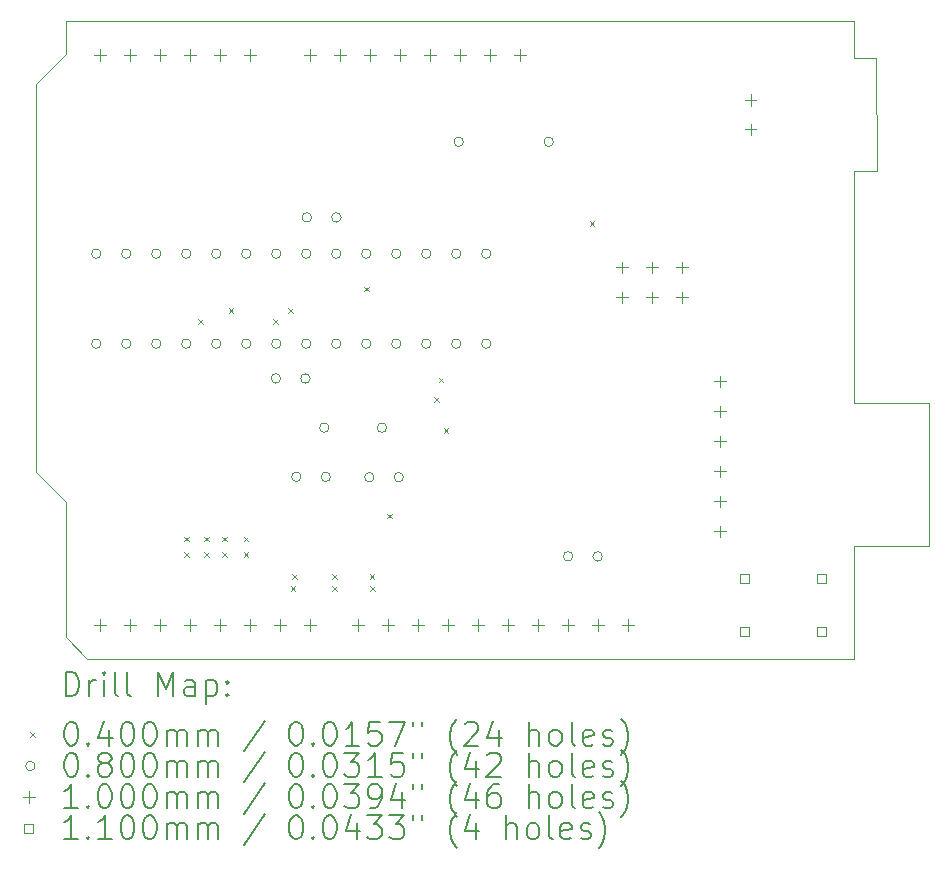
<source format=gbr>
%FSLAX45Y45*%
G04 Gerber Fmt 4.5, Leading zero omitted, Abs format (unit mm)*
G04 Created by KiCad (PCBNEW (6.0.6)) date 2022-12-23 20:27:05*
%MOMM*%
%LPD*%
G01*
G04 APERTURE LIST*
%TA.AperFunction,Profile*%
%ADD10C,0.100000*%
%TD*%
%ADD11C,0.200000*%
%ADD12C,0.040000*%
%ADD13C,0.080000*%
%ADD14C,0.100000*%
%ADD15C,0.110000*%
G04 APERTURE END LIST*
D10*
X15242540Y-9634220D02*
X15242540Y-10845800D01*
X7937500Y-6400800D02*
X7937500Y-6398260D01*
X8117840Y-11798300D02*
X7937500Y-11617960D01*
X14800580Y-7673340D02*
X14607540Y-7673340D01*
X14610080Y-9634220D02*
X15242540Y-9634220D01*
X15242540Y-10845800D02*
X14607540Y-10845800D01*
X14607540Y-11795760D02*
X14607540Y-11798300D01*
X14607540Y-7673340D02*
X14610080Y-9634220D01*
X14607540Y-6713220D02*
X14798040Y-6713220D01*
X7937500Y-6680200D02*
X7937500Y-6400800D01*
X14798040Y-6713220D02*
X14800580Y-7673340D01*
X7937500Y-10474960D02*
X7683500Y-10220960D01*
X7937500Y-11617960D02*
X7937500Y-10474960D01*
X7680960Y-6936740D02*
X7937500Y-6680200D01*
X7937500Y-6398260D02*
X14607540Y-6398260D01*
X14607540Y-6713220D02*
X14607540Y-6398260D01*
X14607540Y-11798300D02*
X8117840Y-11798300D01*
X7683500Y-10220960D02*
X7680960Y-6936740D01*
X14607540Y-10845800D02*
X14607540Y-11795760D01*
D11*
D12*
X8936040Y-10764840D02*
X8976040Y-10804840D01*
X8976040Y-10764840D02*
X8936040Y-10804840D01*
X8936040Y-10894380D02*
X8976040Y-10934380D01*
X8976040Y-10894380D02*
X8936040Y-10934380D01*
X9055420Y-8925880D02*
X9095420Y-8965880D01*
X9095420Y-8925880D02*
X9055420Y-8965880D01*
X9106220Y-10764840D02*
X9146220Y-10804840D01*
X9146220Y-10764840D02*
X9106220Y-10804840D01*
X9108760Y-10894380D02*
X9148760Y-10934380D01*
X9148760Y-10894380D02*
X9108760Y-10934380D01*
X9261160Y-10764840D02*
X9301160Y-10804840D01*
X9301160Y-10764840D02*
X9261160Y-10804840D01*
X9261160Y-10894380D02*
X9301160Y-10934380D01*
X9301160Y-10894380D02*
X9261160Y-10934380D01*
X9314500Y-8831900D02*
X9354500Y-8871900D01*
X9354500Y-8831900D02*
X9314500Y-8871900D01*
X9441500Y-10764840D02*
X9481500Y-10804840D01*
X9481500Y-10764840D02*
X9441500Y-10804840D01*
X9441500Y-10894380D02*
X9481500Y-10934380D01*
X9481500Y-10894380D02*
X9441500Y-10934380D01*
X9690420Y-8925880D02*
X9730420Y-8965880D01*
X9730420Y-8925880D02*
X9690420Y-8965880D01*
X9817420Y-8831900D02*
X9857420Y-8871900D01*
X9857420Y-8831900D02*
X9817420Y-8871900D01*
X9840280Y-11183940D02*
X9880280Y-11223940D01*
X9880280Y-11183940D02*
X9840280Y-11223940D01*
X9850440Y-11082340D02*
X9890440Y-11122340D01*
X9890440Y-11082340D02*
X9850440Y-11122340D01*
X10188260Y-11183940D02*
X10228260Y-11223940D01*
X10228260Y-11183940D02*
X10188260Y-11223940D01*
X10193340Y-11082340D02*
X10233340Y-11122340D01*
X10233340Y-11082340D02*
X10193340Y-11122340D01*
X10460040Y-8647410D02*
X10500040Y-8687410D01*
X10500040Y-8647410D02*
X10460040Y-8687410D01*
X10508300Y-11082340D02*
X10548300Y-11122340D01*
X10548300Y-11082340D02*
X10508300Y-11122340D01*
X10510840Y-11183940D02*
X10550840Y-11223940D01*
X10550840Y-11183940D02*
X10510840Y-11223940D01*
X10658160Y-10569260D02*
X10698160Y-10609260D01*
X10698160Y-10569260D02*
X10658160Y-10609260D01*
X11056940Y-9586280D02*
X11096940Y-9626280D01*
X11096940Y-9586280D02*
X11056940Y-9626280D01*
X11092500Y-9418640D02*
X11132500Y-9458640D01*
X11132500Y-9418640D02*
X11092500Y-9458640D01*
X11135680Y-9847900D02*
X11175680Y-9887900D01*
X11175680Y-9847900D02*
X11135680Y-9887900D01*
X12370120Y-8092760D02*
X12410120Y-8132760D01*
X12410120Y-8092760D02*
X12370120Y-8132760D01*
D13*
X8234040Y-8369300D02*
G75*
G03*
X8234040Y-8369300I-40000J0D01*
G01*
X8234040Y-9131300D02*
G75*
G03*
X8234040Y-9131300I-40000J0D01*
G01*
X8488040Y-8369300D02*
G75*
G03*
X8488040Y-8369300I-40000J0D01*
G01*
X8488040Y-9131300D02*
G75*
G03*
X8488040Y-9131300I-40000J0D01*
G01*
X8742040Y-8369300D02*
G75*
G03*
X8742040Y-8369300I-40000J0D01*
G01*
X8742040Y-9131300D02*
G75*
G03*
X8742040Y-9131300I-40000J0D01*
G01*
X8996040Y-8369300D02*
G75*
G03*
X8996040Y-8369300I-40000J0D01*
G01*
X8996040Y-9131300D02*
G75*
G03*
X8996040Y-9131300I-40000J0D01*
G01*
X9250040Y-8369300D02*
G75*
G03*
X9250040Y-8369300I-40000J0D01*
G01*
X9250040Y-9131300D02*
G75*
G03*
X9250040Y-9131300I-40000J0D01*
G01*
X9504040Y-8369300D02*
G75*
G03*
X9504040Y-8369300I-40000J0D01*
G01*
X9504040Y-9131300D02*
G75*
G03*
X9504040Y-9131300I-40000J0D01*
G01*
X9754960Y-9425940D02*
G75*
G03*
X9754960Y-9425940I-40000J0D01*
G01*
X9758040Y-8369300D02*
G75*
G03*
X9758040Y-8369300I-40000J0D01*
G01*
X9758040Y-9131300D02*
G75*
G03*
X9758040Y-9131300I-40000J0D01*
G01*
X9927680Y-10259060D02*
G75*
G03*
X9927680Y-10259060I-40000J0D01*
G01*
X10004960Y-9425940D02*
G75*
G03*
X10004960Y-9425940I-40000J0D01*
G01*
X10012040Y-8369300D02*
G75*
G03*
X10012040Y-8369300I-40000J0D01*
G01*
X10012040Y-9131300D02*
G75*
G03*
X10012040Y-9131300I-40000J0D01*
G01*
X10016580Y-8061960D02*
G75*
G03*
X10016580Y-8061960I-40000J0D01*
G01*
X10164440Y-9842500D02*
G75*
G03*
X10164440Y-9842500I-40000J0D01*
G01*
X10177680Y-10259060D02*
G75*
G03*
X10177680Y-10259060I-40000J0D01*
G01*
X10266040Y-8369300D02*
G75*
G03*
X10266040Y-8369300I-40000J0D01*
G01*
X10266040Y-9131300D02*
G75*
G03*
X10266040Y-9131300I-40000J0D01*
G01*
X10266580Y-8061960D02*
G75*
G03*
X10266580Y-8061960I-40000J0D01*
G01*
X10520040Y-8369300D02*
G75*
G03*
X10520040Y-8369300I-40000J0D01*
G01*
X10520040Y-9131300D02*
G75*
G03*
X10520040Y-9131300I-40000J0D01*
G01*
X10545440Y-10261600D02*
G75*
G03*
X10545440Y-10261600I-40000J0D01*
G01*
X10652440Y-9842500D02*
G75*
G03*
X10652440Y-9842500I-40000J0D01*
G01*
X10774040Y-8369300D02*
G75*
G03*
X10774040Y-8369300I-40000J0D01*
G01*
X10774040Y-9131300D02*
G75*
G03*
X10774040Y-9131300I-40000J0D01*
G01*
X10795440Y-10261600D02*
G75*
G03*
X10795440Y-10261600I-40000J0D01*
G01*
X11028040Y-8369300D02*
G75*
G03*
X11028040Y-8369300I-40000J0D01*
G01*
X11028040Y-9131300D02*
G75*
G03*
X11028040Y-9131300I-40000J0D01*
G01*
X11282040Y-8369300D02*
G75*
G03*
X11282040Y-8369300I-40000J0D01*
G01*
X11282040Y-9131300D02*
G75*
G03*
X11282040Y-9131300I-40000J0D01*
G01*
X11302360Y-7421880D02*
G75*
G03*
X11302360Y-7421880I-40000J0D01*
G01*
X11536040Y-8369300D02*
G75*
G03*
X11536040Y-8369300I-40000J0D01*
G01*
X11536040Y-9131300D02*
G75*
G03*
X11536040Y-9131300I-40000J0D01*
G01*
X12064360Y-7421880D02*
G75*
G03*
X12064360Y-7421880I-40000J0D01*
G01*
X12228920Y-10932160D02*
G75*
G03*
X12228920Y-10932160I-40000J0D01*
G01*
X12478920Y-10932160D02*
G75*
G03*
X12478920Y-10932160I-40000J0D01*
G01*
D14*
X8224520Y-6635280D02*
X8224520Y-6735280D01*
X8174520Y-6685280D02*
X8274520Y-6685280D01*
X8224520Y-11461280D02*
X8224520Y-11561280D01*
X8174520Y-11511280D02*
X8274520Y-11511280D01*
X8478520Y-6635280D02*
X8478520Y-6735280D01*
X8428520Y-6685280D02*
X8528520Y-6685280D01*
X8478520Y-11461280D02*
X8478520Y-11561280D01*
X8428520Y-11511280D02*
X8528520Y-11511280D01*
X8732520Y-6635280D02*
X8732520Y-6735280D01*
X8682520Y-6685280D02*
X8782520Y-6685280D01*
X8732520Y-11461280D02*
X8732520Y-11561280D01*
X8682520Y-11511280D02*
X8782520Y-11511280D01*
X8986520Y-6635280D02*
X8986520Y-6735280D01*
X8936520Y-6685280D02*
X9036520Y-6685280D01*
X8986520Y-11461280D02*
X8986520Y-11561280D01*
X8936520Y-11511280D02*
X9036520Y-11511280D01*
X9240520Y-6635280D02*
X9240520Y-6735280D01*
X9190520Y-6685280D02*
X9290520Y-6685280D01*
X9240520Y-11461280D02*
X9240520Y-11561280D01*
X9190520Y-11511280D02*
X9290520Y-11511280D01*
X9494520Y-6635280D02*
X9494520Y-6735280D01*
X9444520Y-6685280D02*
X9544520Y-6685280D01*
X9494520Y-11461280D02*
X9494520Y-11561280D01*
X9444520Y-11511280D02*
X9544520Y-11511280D01*
X9748520Y-11461280D02*
X9748520Y-11561280D01*
X9698520Y-11511280D02*
X9798520Y-11511280D01*
X10002520Y-6635280D02*
X10002520Y-6735280D01*
X9952520Y-6685280D02*
X10052520Y-6685280D01*
X10002520Y-11461280D02*
X10002520Y-11561280D01*
X9952520Y-11511280D02*
X10052520Y-11511280D01*
X10256520Y-6635280D02*
X10256520Y-6735280D01*
X10206520Y-6685280D02*
X10306520Y-6685280D01*
X10408520Y-11461280D02*
X10408520Y-11561280D01*
X10358520Y-11511280D02*
X10458520Y-11511280D01*
X10510520Y-6635280D02*
X10510520Y-6735280D01*
X10460520Y-6685280D02*
X10560520Y-6685280D01*
X10662520Y-11461280D02*
X10662520Y-11561280D01*
X10612520Y-11511280D02*
X10712520Y-11511280D01*
X10764520Y-6635280D02*
X10764520Y-6735280D01*
X10714520Y-6685280D02*
X10814520Y-6685280D01*
X10916520Y-11461280D02*
X10916520Y-11561280D01*
X10866520Y-11511280D02*
X10966520Y-11511280D01*
X11018520Y-6635280D02*
X11018520Y-6735280D01*
X10968520Y-6685280D02*
X11068520Y-6685280D01*
X11170520Y-11461280D02*
X11170520Y-11561280D01*
X11120520Y-11511280D02*
X11220520Y-11511280D01*
X11272520Y-6635280D02*
X11272520Y-6735280D01*
X11222520Y-6685280D02*
X11322520Y-6685280D01*
X11424520Y-11461280D02*
X11424520Y-11561280D01*
X11374520Y-11511280D02*
X11474520Y-11511280D01*
X11526520Y-6635280D02*
X11526520Y-6735280D01*
X11476520Y-6685280D02*
X11576520Y-6685280D01*
X11678520Y-11461280D02*
X11678520Y-11561280D01*
X11628520Y-11511280D02*
X11728520Y-11511280D01*
X11780520Y-6635280D02*
X11780520Y-6735280D01*
X11730520Y-6685280D02*
X11830520Y-6685280D01*
X11932520Y-11461280D02*
X11932520Y-11561280D01*
X11882520Y-11511280D02*
X11982520Y-11511280D01*
X12186520Y-11461280D02*
X12186520Y-11561280D01*
X12136520Y-11511280D02*
X12236520Y-11511280D01*
X12440520Y-11461280D02*
X12440520Y-11561280D01*
X12390520Y-11511280D02*
X12490520Y-11511280D01*
X12645160Y-8435640D02*
X12645160Y-8535640D01*
X12595160Y-8485640D02*
X12695160Y-8485640D01*
X12645160Y-8689640D02*
X12645160Y-8789640D01*
X12595160Y-8739640D02*
X12695160Y-8739640D01*
X12694520Y-11461280D02*
X12694520Y-11561280D01*
X12644520Y-11511280D02*
X12744520Y-11511280D01*
X12899160Y-8435640D02*
X12899160Y-8535640D01*
X12849160Y-8485640D02*
X12949160Y-8485640D01*
X12899160Y-8689640D02*
X12899160Y-8789640D01*
X12849160Y-8739640D02*
X12949160Y-8739640D01*
X13153160Y-8435640D02*
X13153160Y-8535640D01*
X13103160Y-8485640D02*
X13203160Y-8485640D01*
X13153160Y-8689640D02*
X13153160Y-8789640D01*
X13103160Y-8739640D02*
X13203160Y-8739640D01*
X13476620Y-9401340D02*
X13476620Y-9501340D01*
X13426620Y-9451340D02*
X13526620Y-9451340D01*
X13476620Y-9655340D02*
X13476620Y-9755340D01*
X13426620Y-9705340D02*
X13526620Y-9705340D01*
X13476620Y-9909340D02*
X13476620Y-10009340D01*
X13426620Y-9959340D02*
X13526620Y-9959340D01*
X13476620Y-10163340D02*
X13476620Y-10263340D01*
X13426620Y-10213340D02*
X13526620Y-10213340D01*
X13476620Y-10417340D02*
X13476620Y-10517340D01*
X13426620Y-10467340D02*
X13526620Y-10467340D01*
X13476620Y-10671340D02*
X13476620Y-10771340D01*
X13426620Y-10721340D02*
X13526620Y-10721340D01*
X13733780Y-7017740D02*
X13733780Y-7117740D01*
X13683780Y-7067740D02*
X13783780Y-7067740D01*
X13733780Y-7267740D02*
X13733780Y-7367740D01*
X13683780Y-7317740D02*
X13783780Y-7317740D01*
D15*
X13721991Y-11157531D02*
X13721991Y-11079749D01*
X13644209Y-11079749D01*
X13644209Y-11157531D01*
X13721991Y-11157531D01*
X13721991Y-11607531D02*
X13721991Y-11529749D01*
X13644209Y-11529749D01*
X13644209Y-11607531D01*
X13721991Y-11607531D01*
X14371991Y-11157531D02*
X14371991Y-11079749D01*
X14294209Y-11079749D01*
X14294209Y-11157531D01*
X14371991Y-11157531D01*
X14371991Y-11607531D02*
X14371991Y-11529749D01*
X14294209Y-11529749D01*
X14294209Y-11607531D01*
X14371991Y-11607531D01*
D11*
X7933579Y-12113776D02*
X7933579Y-11913776D01*
X7981198Y-11913776D01*
X8009769Y-11923300D01*
X8028817Y-11942348D01*
X8038341Y-11961395D01*
X8047865Y-11999490D01*
X8047865Y-12028062D01*
X8038341Y-12066157D01*
X8028817Y-12085205D01*
X8009769Y-12104252D01*
X7981198Y-12113776D01*
X7933579Y-12113776D01*
X8133579Y-12113776D02*
X8133579Y-11980443D01*
X8133579Y-12018538D02*
X8143103Y-11999490D01*
X8152627Y-11989967D01*
X8171674Y-11980443D01*
X8190722Y-11980443D01*
X8257388Y-12113776D02*
X8257388Y-11980443D01*
X8257388Y-11913776D02*
X8247865Y-11923300D01*
X8257388Y-11932824D01*
X8266912Y-11923300D01*
X8257388Y-11913776D01*
X8257388Y-11932824D01*
X8381198Y-12113776D02*
X8362150Y-12104252D01*
X8352627Y-12085205D01*
X8352627Y-11913776D01*
X8485960Y-12113776D02*
X8466912Y-12104252D01*
X8457389Y-12085205D01*
X8457389Y-11913776D01*
X8714531Y-12113776D02*
X8714531Y-11913776D01*
X8781198Y-12056633D01*
X8847865Y-11913776D01*
X8847865Y-12113776D01*
X9028817Y-12113776D02*
X9028817Y-12009014D01*
X9019293Y-11989967D01*
X9000246Y-11980443D01*
X8962150Y-11980443D01*
X8943103Y-11989967D01*
X9028817Y-12104252D02*
X9009770Y-12113776D01*
X8962150Y-12113776D01*
X8943103Y-12104252D01*
X8933579Y-12085205D01*
X8933579Y-12066157D01*
X8943103Y-12047109D01*
X8962150Y-12037586D01*
X9009770Y-12037586D01*
X9028817Y-12028062D01*
X9124055Y-11980443D02*
X9124055Y-12180443D01*
X9124055Y-11989967D02*
X9143103Y-11980443D01*
X9181198Y-11980443D01*
X9200246Y-11989967D01*
X9209770Y-11999490D01*
X9219293Y-12018538D01*
X9219293Y-12075681D01*
X9209770Y-12094728D01*
X9200246Y-12104252D01*
X9181198Y-12113776D01*
X9143103Y-12113776D01*
X9124055Y-12104252D01*
X9305008Y-12094728D02*
X9314531Y-12104252D01*
X9305008Y-12113776D01*
X9295484Y-12104252D01*
X9305008Y-12094728D01*
X9305008Y-12113776D01*
X9305008Y-11989967D02*
X9314531Y-11999490D01*
X9305008Y-12009014D01*
X9295484Y-11999490D01*
X9305008Y-11989967D01*
X9305008Y-12009014D01*
D12*
X7635960Y-12423300D02*
X7675960Y-12463300D01*
X7675960Y-12423300D02*
X7635960Y-12463300D01*
D11*
X7971674Y-12333776D02*
X7990722Y-12333776D01*
X8009769Y-12343300D01*
X8019293Y-12352824D01*
X8028817Y-12371871D01*
X8038341Y-12409967D01*
X8038341Y-12457586D01*
X8028817Y-12495681D01*
X8019293Y-12514728D01*
X8009769Y-12524252D01*
X7990722Y-12533776D01*
X7971674Y-12533776D01*
X7952627Y-12524252D01*
X7943103Y-12514728D01*
X7933579Y-12495681D01*
X7924055Y-12457586D01*
X7924055Y-12409967D01*
X7933579Y-12371871D01*
X7943103Y-12352824D01*
X7952627Y-12343300D01*
X7971674Y-12333776D01*
X8124055Y-12514728D02*
X8133579Y-12524252D01*
X8124055Y-12533776D01*
X8114531Y-12524252D01*
X8124055Y-12514728D01*
X8124055Y-12533776D01*
X8305008Y-12400443D02*
X8305008Y-12533776D01*
X8257388Y-12324252D02*
X8209769Y-12467109D01*
X8333579Y-12467109D01*
X8447865Y-12333776D02*
X8466912Y-12333776D01*
X8485960Y-12343300D01*
X8495484Y-12352824D01*
X8505008Y-12371871D01*
X8514531Y-12409967D01*
X8514531Y-12457586D01*
X8505008Y-12495681D01*
X8495484Y-12514728D01*
X8485960Y-12524252D01*
X8466912Y-12533776D01*
X8447865Y-12533776D01*
X8428817Y-12524252D01*
X8419293Y-12514728D01*
X8409770Y-12495681D01*
X8400246Y-12457586D01*
X8400246Y-12409967D01*
X8409770Y-12371871D01*
X8419293Y-12352824D01*
X8428817Y-12343300D01*
X8447865Y-12333776D01*
X8638341Y-12333776D02*
X8657389Y-12333776D01*
X8676436Y-12343300D01*
X8685960Y-12352824D01*
X8695484Y-12371871D01*
X8705008Y-12409967D01*
X8705008Y-12457586D01*
X8695484Y-12495681D01*
X8685960Y-12514728D01*
X8676436Y-12524252D01*
X8657389Y-12533776D01*
X8638341Y-12533776D01*
X8619293Y-12524252D01*
X8609770Y-12514728D01*
X8600246Y-12495681D01*
X8590722Y-12457586D01*
X8590722Y-12409967D01*
X8600246Y-12371871D01*
X8609770Y-12352824D01*
X8619293Y-12343300D01*
X8638341Y-12333776D01*
X8790722Y-12533776D02*
X8790722Y-12400443D01*
X8790722Y-12419490D02*
X8800246Y-12409967D01*
X8819293Y-12400443D01*
X8847865Y-12400443D01*
X8866912Y-12409967D01*
X8876436Y-12429014D01*
X8876436Y-12533776D01*
X8876436Y-12429014D02*
X8885960Y-12409967D01*
X8905008Y-12400443D01*
X8933579Y-12400443D01*
X8952627Y-12409967D01*
X8962150Y-12429014D01*
X8962150Y-12533776D01*
X9057389Y-12533776D02*
X9057389Y-12400443D01*
X9057389Y-12419490D02*
X9066912Y-12409967D01*
X9085960Y-12400443D01*
X9114531Y-12400443D01*
X9133579Y-12409967D01*
X9143103Y-12429014D01*
X9143103Y-12533776D01*
X9143103Y-12429014D02*
X9152627Y-12409967D01*
X9171674Y-12400443D01*
X9200246Y-12400443D01*
X9219293Y-12409967D01*
X9228817Y-12429014D01*
X9228817Y-12533776D01*
X9619293Y-12324252D02*
X9447865Y-12581395D01*
X9876436Y-12333776D02*
X9895484Y-12333776D01*
X9914531Y-12343300D01*
X9924055Y-12352824D01*
X9933579Y-12371871D01*
X9943103Y-12409967D01*
X9943103Y-12457586D01*
X9933579Y-12495681D01*
X9924055Y-12514728D01*
X9914531Y-12524252D01*
X9895484Y-12533776D01*
X9876436Y-12533776D01*
X9857389Y-12524252D01*
X9847865Y-12514728D01*
X9838341Y-12495681D01*
X9828817Y-12457586D01*
X9828817Y-12409967D01*
X9838341Y-12371871D01*
X9847865Y-12352824D01*
X9857389Y-12343300D01*
X9876436Y-12333776D01*
X10028817Y-12514728D02*
X10038341Y-12524252D01*
X10028817Y-12533776D01*
X10019293Y-12524252D01*
X10028817Y-12514728D01*
X10028817Y-12533776D01*
X10162150Y-12333776D02*
X10181198Y-12333776D01*
X10200246Y-12343300D01*
X10209770Y-12352824D01*
X10219293Y-12371871D01*
X10228817Y-12409967D01*
X10228817Y-12457586D01*
X10219293Y-12495681D01*
X10209770Y-12514728D01*
X10200246Y-12524252D01*
X10181198Y-12533776D01*
X10162150Y-12533776D01*
X10143103Y-12524252D01*
X10133579Y-12514728D01*
X10124055Y-12495681D01*
X10114531Y-12457586D01*
X10114531Y-12409967D01*
X10124055Y-12371871D01*
X10133579Y-12352824D01*
X10143103Y-12343300D01*
X10162150Y-12333776D01*
X10419293Y-12533776D02*
X10305008Y-12533776D01*
X10362150Y-12533776D02*
X10362150Y-12333776D01*
X10343103Y-12362348D01*
X10324055Y-12381395D01*
X10305008Y-12390919D01*
X10600246Y-12333776D02*
X10505008Y-12333776D01*
X10495484Y-12429014D01*
X10505008Y-12419490D01*
X10524055Y-12409967D01*
X10571674Y-12409967D01*
X10590722Y-12419490D01*
X10600246Y-12429014D01*
X10609770Y-12448062D01*
X10609770Y-12495681D01*
X10600246Y-12514728D01*
X10590722Y-12524252D01*
X10571674Y-12533776D01*
X10524055Y-12533776D01*
X10505008Y-12524252D01*
X10495484Y-12514728D01*
X10676436Y-12333776D02*
X10809770Y-12333776D01*
X10724055Y-12533776D01*
X10876436Y-12333776D02*
X10876436Y-12371871D01*
X10952627Y-12333776D02*
X10952627Y-12371871D01*
X11247865Y-12609967D02*
X11238341Y-12600443D01*
X11219293Y-12571871D01*
X11209769Y-12552824D01*
X11200246Y-12524252D01*
X11190722Y-12476633D01*
X11190722Y-12438538D01*
X11200246Y-12390919D01*
X11209769Y-12362348D01*
X11219293Y-12343300D01*
X11238341Y-12314728D01*
X11247865Y-12305205D01*
X11314531Y-12352824D02*
X11324055Y-12343300D01*
X11343103Y-12333776D01*
X11390722Y-12333776D01*
X11409769Y-12343300D01*
X11419293Y-12352824D01*
X11428817Y-12371871D01*
X11428817Y-12390919D01*
X11419293Y-12419490D01*
X11305008Y-12533776D01*
X11428817Y-12533776D01*
X11600246Y-12400443D02*
X11600246Y-12533776D01*
X11552627Y-12324252D02*
X11505008Y-12467109D01*
X11628817Y-12467109D01*
X11857388Y-12533776D02*
X11857388Y-12333776D01*
X11943103Y-12533776D02*
X11943103Y-12429014D01*
X11933579Y-12409967D01*
X11914531Y-12400443D01*
X11885960Y-12400443D01*
X11866912Y-12409967D01*
X11857388Y-12419490D01*
X12066912Y-12533776D02*
X12047865Y-12524252D01*
X12038341Y-12514728D01*
X12028817Y-12495681D01*
X12028817Y-12438538D01*
X12038341Y-12419490D01*
X12047865Y-12409967D01*
X12066912Y-12400443D01*
X12095484Y-12400443D01*
X12114531Y-12409967D01*
X12124055Y-12419490D01*
X12133579Y-12438538D01*
X12133579Y-12495681D01*
X12124055Y-12514728D01*
X12114531Y-12524252D01*
X12095484Y-12533776D01*
X12066912Y-12533776D01*
X12247865Y-12533776D02*
X12228817Y-12524252D01*
X12219293Y-12505205D01*
X12219293Y-12333776D01*
X12400246Y-12524252D02*
X12381198Y-12533776D01*
X12343103Y-12533776D01*
X12324055Y-12524252D01*
X12314531Y-12505205D01*
X12314531Y-12429014D01*
X12324055Y-12409967D01*
X12343103Y-12400443D01*
X12381198Y-12400443D01*
X12400246Y-12409967D01*
X12409769Y-12429014D01*
X12409769Y-12448062D01*
X12314531Y-12467109D01*
X12485960Y-12524252D02*
X12505008Y-12533776D01*
X12543103Y-12533776D01*
X12562150Y-12524252D01*
X12571674Y-12505205D01*
X12571674Y-12495681D01*
X12562150Y-12476633D01*
X12543103Y-12467109D01*
X12514531Y-12467109D01*
X12495484Y-12457586D01*
X12485960Y-12438538D01*
X12485960Y-12429014D01*
X12495484Y-12409967D01*
X12514531Y-12400443D01*
X12543103Y-12400443D01*
X12562150Y-12409967D01*
X12638341Y-12609967D02*
X12647865Y-12600443D01*
X12666912Y-12571871D01*
X12676436Y-12552824D01*
X12685960Y-12524252D01*
X12695484Y-12476633D01*
X12695484Y-12438538D01*
X12685960Y-12390919D01*
X12676436Y-12362348D01*
X12666912Y-12343300D01*
X12647865Y-12314728D01*
X12638341Y-12305205D01*
D13*
X7675960Y-12707300D02*
G75*
G03*
X7675960Y-12707300I-40000J0D01*
G01*
D11*
X7971674Y-12597776D02*
X7990722Y-12597776D01*
X8009769Y-12607300D01*
X8019293Y-12616824D01*
X8028817Y-12635871D01*
X8038341Y-12673967D01*
X8038341Y-12721586D01*
X8028817Y-12759681D01*
X8019293Y-12778728D01*
X8009769Y-12788252D01*
X7990722Y-12797776D01*
X7971674Y-12797776D01*
X7952627Y-12788252D01*
X7943103Y-12778728D01*
X7933579Y-12759681D01*
X7924055Y-12721586D01*
X7924055Y-12673967D01*
X7933579Y-12635871D01*
X7943103Y-12616824D01*
X7952627Y-12607300D01*
X7971674Y-12597776D01*
X8124055Y-12778728D02*
X8133579Y-12788252D01*
X8124055Y-12797776D01*
X8114531Y-12788252D01*
X8124055Y-12778728D01*
X8124055Y-12797776D01*
X8247865Y-12683490D02*
X8228817Y-12673967D01*
X8219293Y-12664443D01*
X8209769Y-12645395D01*
X8209769Y-12635871D01*
X8219293Y-12616824D01*
X8228817Y-12607300D01*
X8247865Y-12597776D01*
X8285960Y-12597776D01*
X8305008Y-12607300D01*
X8314531Y-12616824D01*
X8324055Y-12635871D01*
X8324055Y-12645395D01*
X8314531Y-12664443D01*
X8305008Y-12673967D01*
X8285960Y-12683490D01*
X8247865Y-12683490D01*
X8228817Y-12693014D01*
X8219293Y-12702538D01*
X8209769Y-12721586D01*
X8209769Y-12759681D01*
X8219293Y-12778728D01*
X8228817Y-12788252D01*
X8247865Y-12797776D01*
X8285960Y-12797776D01*
X8305008Y-12788252D01*
X8314531Y-12778728D01*
X8324055Y-12759681D01*
X8324055Y-12721586D01*
X8314531Y-12702538D01*
X8305008Y-12693014D01*
X8285960Y-12683490D01*
X8447865Y-12597776D02*
X8466912Y-12597776D01*
X8485960Y-12607300D01*
X8495484Y-12616824D01*
X8505008Y-12635871D01*
X8514531Y-12673967D01*
X8514531Y-12721586D01*
X8505008Y-12759681D01*
X8495484Y-12778728D01*
X8485960Y-12788252D01*
X8466912Y-12797776D01*
X8447865Y-12797776D01*
X8428817Y-12788252D01*
X8419293Y-12778728D01*
X8409770Y-12759681D01*
X8400246Y-12721586D01*
X8400246Y-12673967D01*
X8409770Y-12635871D01*
X8419293Y-12616824D01*
X8428817Y-12607300D01*
X8447865Y-12597776D01*
X8638341Y-12597776D02*
X8657389Y-12597776D01*
X8676436Y-12607300D01*
X8685960Y-12616824D01*
X8695484Y-12635871D01*
X8705008Y-12673967D01*
X8705008Y-12721586D01*
X8695484Y-12759681D01*
X8685960Y-12778728D01*
X8676436Y-12788252D01*
X8657389Y-12797776D01*
X8638341Y-12797776D01*
X8619293Y-12788252D01*
X8609770Y-12778728D01*
X8600246Y-12759681D01*
X8590722Y-12721586D01*
X8590722Y-12673967D01*
X8600246Y-12635871D01*
X8609770Y-12616824D01*
X8619293Y-12607300D01*
X8638341Y-12597776D01*
X8790722Y-12797776D02*
X8790722Y-12664443D01*
X8790722Y-12683490D02*
X8800246Y-12673967D01*
X8819293Y-12664443D01*
X8847865Y-12664443D01*
X8866912Y-12673967D01*
X8876436Y-12693014D01*
X8876436Y-12797776D01*
X8876436Y-12693014D02*
X8885960Y-12673967D01*
X8905008Y-12664443D01*
X8933579Y-12664443D01*
X8952627Y-12673967D01*
X8962150Y-12693014D01*
X8962150Y-12797776D01*
X9057389Y-12797776D02*
X9057389Y-12664443D01*
X9057389Y-12683490D02*
X9066912Y-12673967D01*
X9085960Y-12664443D01*
X9114531Y-12664443D01*
X9133579Y-12673967D01*
X9143103Y-12693014D01*
X9143103Y-12797776D01*
X9143103Y-12693014D02*
X9152627Y-12673967D01*
X9171674Y-12664443D01*
X9200246Y-12664443D01*
X9219293Y-12673967D01*
X9228817Y-12693014D01*
X9228817Y-12797776D01*
X9619293Y-12588252D02*
X9447865Y-12845395D01*
X9876436Y-12597776D02*
X9895484Y-12597776D01*
X9914531Y-12607300D01*
X9924055Y-12616824D01*
X9933579Y-12635871D01*
X9943103Y-12673967D01*
X9943103Y-12721586D01*
X9933579Y-12759681D01*
X9924055Y-12778728D01*
X9914531Y-12788252D01*
X9895484Y-12797776D01*
X9876436Y-12797776D01*
X9857389Y-12788252D01*
X9847865Y-12778728D01*
X9838341Y-12759681D01*
X9828817Y-12721586D01*
X9828817Y-12673967D01*
X9838341Y-12635871D01*
X9847865Y-12616824D01*
X9857389Y-12607300D01*
X9876436Y-12597776D01*
X10028817Y-12778728D02*
X10038341Y-12788252D01*
X10028817Y-12797776D01*
X10019293Y-12788252D01*
X10028817Y-12778728D01*
X10028817Y-12797776D01*
X10162150Y-12597776D02*
X10181198Y-12597776D01*
X10200246Y-12607300D01*
X10209770Y-12616824D01*
X10219293Y-12635871D01*
X10228817Y-12673967D01*
X10228817Y-12721586D01*
X10219293Y-12759681D01*
X10209770Y-12778728D01*
X10200246Y-12788252D01*
X10181198Y-12797776D01*
X10162150Y-12797776D01*
X10143103Y-12788252D01*
X10133579Y-12778728D01*
X10124055Y-12759681D01*
X10114531Y-12721586D01*
X10114531Y-12673967D01*
X10124055Y-12635871D01*
X10133579Y-12616824D01*
X10143103Y-12607300D01*
X10162150Y-12597776D01*
X10295484Y-12597776D02*
X10419293Y-12597776D01*
X10352627Y-12673967D01*
X10381198Y-12673967D01*
X10400246Y-12683490D01*
X10409770Y-12693014D01*
X10419293Y-12712062D01*
X10419293Y-12759681D01*
X10409770Y-12778728D01*
X10400246Y-12788252D01*
X10381198Y-12797776D01*
X10324055Y-12797776D01*
X10305008Y-12788252D01*
X10295484Y-12778728D01*
X10609770Y-12797776D02*
X10495484Y-12797776D01*
X10552627Y-12797776D02*
X10552627Y-12597776D01*
X10533579Y-12626348D01*
X10514531Y-12645395D01*
X10495484Y-12654919D01*
X10790722Y-12597776D02*
X10695484Y-12597776D01*
X10685960Y-12693014D01*
X10695484Y-12683490D01*
X10714531Y-12673967D01*
X10762150Y-12673967D01*
X10781198Y-12683490D01*
X10790722Y-12693014D01*
X10800246Y-12712062D01*
X10800246Y-12759681D01*
X10790722Y-12778728D01*
X10781198Y-12788252D01*
X10762150Y-12797776D01*
X10714531Y-12797776D01*
X10695484Y-12788252D01*
X10685960Y-12778728D01*
X10876436Y-12597776D02*
X10876436Y-12635871D01*
X10952627Y-12597776D02*
X10952627Y-12635871D01*
X11247865Y-12873967D02*
X11238341Y-12864443D01*
X11219293Y-12835871D01*
X11209769Y-12816824D01*
X11200246Y-12788252D01*
X11190722Y-12740633D01*
X11190722Y-12702538D01*
X11200246Y-12654919D01*
X11209769Y-12626348D01*
X11219293Y-12607300D01*
X11238341Y-12578728D01*
X11247865Y-12569205D01*
X11409769Y-12664443D02*
X11409769Y-12797776D01*
X11362150Y-12588252D02*
X11314531Y-12731109D01*
X11438341Y-12731109D01*
X11505008Y-12616824D02*
X11514531Y-12607300D01*
X11533579Y-12597776D01*
X11581198Y-12597776D01*
X11600246Y-12607300D01*
X11609769Y-12616824D01*
X11619293Y-12635871D01*
X11619293Y-12654919D01*
X11609769Y-12683490D01*
X11495484Y-12797776D01*
X11619293Y-12797776D01*
X11857388Y-12797776D02*
X11857388Y-12597776D01*
X11943103Y-12797776D02*
X11943103Y-12693014D01*
X11933579Y-12673967D01*
X11914531Y-12664443D01*
X11885960Y-12664443D01*
X11866912Y-12673967D01*
X11857388Y-12683490D01*
X12066912Y-12797776D02*
X12047865Y-12788252D01*
X12038341Y-12778728D01*
X12028817Y-12759681D01*
X12028817Y-12702538D01*
X12038341Y-12683490D01*
X12047865Y-12673967D01*
X12066912Y-12664443D01*
X12095484Y-12664443D01*
X12114531Y-12673967D01*
X12124055Y-12683490D01*
X12133579Y-12702538D01*
X12133579Y-12759681D01*
X12124055Y-12778728D01*
X12114531Y-12788252D01*
X12095484Y-12797776D01*
X12066912Y-12797776D01*
X12247865Y-12797776D02*
X12228817Y-12788252D01*
X12219293Y-12769205D01*
X12219293Y-12597776D01*
X12400246Y-12788252D02*
X12381198Y-12797776D01*
X12343103Y-12797776D01*
X12324055Y-12788252D01*
X12314531Y-12769205D01*
X12314531Y-12693014D01*
X12324055Y-12673967D01*
X12343103Y-12664443D01*
X12381198Y-12664443D01*
X12400246Y-12673967D01*
X12409769Y-12693014D01*
X12409769Y-12712062D01*
X12314531Y-12731109D01*
X12485960Y-12788252D02*
X12505008Y-12797776D01*
X12543103Y-12797776D01*
X12562150Y-12788252D01*
X12571674Y-12769205D01*
X12571674Y-12759681D01*
X12562150Y-12740633D01*
X12543103Y-12731109D01*
X12514531Y-12731109D01*
X12495484Y-12721586D01*
X12485960Y-12702538D01*
X12485960Y-12693014D01*
X12495484Y-12673967D01*
X12514531Y-12664443D01*
X12543103Y-12664443D01*
X12562150Y-12673967D01*
X12638341Y-12873967D02*
X12647865Y-12864443D01*
X12666912Y-12835871D01*
X12676436Y-12816824D01*
X12685960Y-12788252D01*
X12695484Y-12740633D01*
X12695484Y-12702538D01*
X12685960Y-12654919D01*
X12676436Y-12626348D01*
X12666912Y-12607300D01*
X12647865Y-12578728D01*
X12638341Y-12569205D01*
D14*
X7625960Y-12921300D02*
X7625960Y-13021300D01*
X7575960Y-12971300D02*
X7675960Y-12971300D01*
D11*
X8038341Y-13061776D02*
X7924055Y-13061776D01*
X7981198Y-13061776D02*
X7981198Y-12861776D01*
X7962150Y-12890348D01*
X7943103Y-12909395D01*
X7924055Y-12918919D01*
X8124055Y-13042728D02*
X8133579Y-13052252D01*
X8124055Y-13061776D01*
X8114531Y-13052252D01*
X8124055Y-13042728D01*
X8124055Y-13061776D01*
X8257388Y-12861776D02*
X8276436Y-12861776D01*
X8295484Y-12871300D01*
X8305008Y-12880824D01*
X8314531Y-12899871D01*
X8324055Y-12937967D01*
X8324055Y-12985586D01*
X8314531Y-13023681D01*
X8305008Y-13042728D01*
X8295484Y-13052252D01*
X8276436Y-13061776D01*
X8257388Y-13061776D01*
X8238341Y-13052252D01*
X8228817Y-13042728D01*
X8219293Y-13023681D01*
X8209769Y-12985586D01*
X8209769Y-12937967D01*
X8219293Y-12899871D01*
X8228817Y-12880824D01*
X8238341Y-12871300D01*
X8257388Y-12861776D01*
X8447865Y-12861776D02*
X8466912Y-12861776D01*
X8485960Y-12871300D01*
X8495484Y-12880824D01*
X8505008Y-12899871D01*
X8514531Y-12937967D01*
X8514531Y-12985586D01*
X8505008Y-13023681D01*
X8495484Y-13042728D01*
X8485960Y-13052252D01*
X8466912Y-13061776D01*
X8447865Y-13061776D01*
X8428817Y-13052252D01*
X8419293Y-13042728D01*
X8409770Y-13023681D01*
X8400246Y-12985586D01*
X8400246Y-12937967D01*
X8409770Y-12899871D01*
X8419293Y-12880824D01*
X8428817Y-12871300D01*
X8447865Y-12861776D01*
X8638341Y-12861776D02*
X8657389Y-12861776D01*
X8676436Y-12871300D01*
X8685960Y-12880824D01*
X8695484Y-12899871D01*
X8705008Y-12937967D01*
X8705008Y-12985586D01*
X8695484Y-13023681D01*
X8685960Y-13042728D01*
X8676436Y-13052252D01*
X8657389Y-13061776D01*
X8638341Y-13061776D01*
X8619293Y-13052252D01*
X8609770Y-13042728D01*
X8600246Y-13023681D01*
X8590722Y-12985586D01*
X8590722Y-12937967D01*
X8600246Y-12899871D01*
X8609770Y-12880824D01*
X8619293Y-12871300D01*
X8638341Y-12861776D01*
X8790722Y-13061776D02*
X8790722Y-12928443D01*
X8790722Y-12947490D02*
X8800246Y-12937967D01*
X8819293Y-12928443D01*
X8847865Y-12928443D01*
X8866912Y-12937967D01*
X8876436Y-12957014D01*
X8876436Y-13061776D01*
X8876436Y-12957014D02*
X8885960Y-12937967D01*
X8905008Y-12928443D01*
X8933579Y-12928443D01*
X8952627Y-12937967D01*
X8962150Y-12957014D01*
X8962150Y-13061776D01*
X9057389Y-13061776D02*
X9057389Y-12928443D01*
X9057389Y-12947490D02*
X9066912Y-12937967D01*
X9085960Y-12928443D01*
X9114531Y-12928443D01*
X9133579Y-12937967D01*
X9143103Y-12957014D01*
X9143103Y-13061776D01*
X9143103Y-12957014D02*
X9152627Y-12937967D01*
X9171674Y-12928443D01*
X9200246Y-12928443D01*
X9219293Y-12937967D01*
X9228817Y-12957014D01*
X9228817Y-13061776D01*
X9619293Y-12852252D02*
X9447865Y-13109395D01*
X9876436Y-12861776D02*
X9895484Y-12861776D01*
X9914531Y-12871300D01*
X9924055Y-12880824D01*
X9933579Y-12899871D01*
X9943103Y-12937967D01*
X9943103Y-12985586D01*
X9933579Y-13023681D01*
X9924055Y-13042728D01*
X9914531Y-13052252D01*
X9895484Y-13061776D01*
X9876436Y-13061776D01*
X9857389Y-13052252D01*
X9847865Y-13042728D01*
X9838341Y-13023681D01*
X9828817Y-12985586D01*
X9828817Y-12937967D01*
X9838341Y-12899871D01*
X9847865Y-12880824D01*
X9857389Y-12871300D01*
X9876436Y-12861776D01*
X10028817Y-13042728D02*
X10038341Y-13052252D01*
X10028817Y-13061776D01*
X10019293Y-13052252D01*
X10028817Y-13042728D01*
X10028817Y-13061776D01*
X10162150Y-12861776D02*
X10181198Y-12861776D01*
X10200246Y-12871300D01*
X10209770Y-12880824D01*
X10219293Y-12899871D01*
X10228817Y-12937967D01*
X10228817Y-12985586D01*
X10219293Y-13023681D01*
X10209770Y-13042728D01*
X10200246Y-13052252D01*
X10181198Y-13061776D01*
X10162150Y-13061776D01*
X10143103Y-13052252D01*
X10133579Y-13042728D01*
X10124055Y-13023681D01*
X10114531Y-12985586D01*
X10114531Y-12937967D01*
X10124055Y-12899871D01*
X10133579Y-12880824D01*
X10143103Y-12871300D01*
X10162150Y-12861776D01*
X10295484Y-12861776D02*
X10419293Y-12861776D01*
X10352627Y-12937967D01*
X10381198Y-12937967D01*
X10400246Y-12947490D01*
X10409770Y-12957014D01*
X10419293Y-12976062D01*
X10419293Y-13023681D01*
X10409770Y-13042728D01*
X10400246Y-13052252D01*
X10381198Y-13061776D01*
X10324055Y-13061776D01*
X10305008Y-13052252D01*
X10295484Y-13042728D01*
X10514531Y-13061776D02*
X10552627Y-13061776D01*
X10571674Y-13052252D01*
X10581198Y-13042728D01*
X10600246Y-13014157D01*
X10609770Y-12976062D01*
X10609770Y-12899871D01*
X10600246Y-12880824D01*
X10590722Y-12871300D01*
X10571674Y-12861776D01*
X10533579Y-12861776D01*
X10514531Y-12871300D01*
X10505008Y-12880824D01*
X10495484Y-12899871D01*
X10495484Y-12947490D01*
X10505008Y-12966538D01*
X10514531Y-12976062D01*
X10533579Y-12985586D01*
X10571674Y-12985586D01*
X10590722Y-12976062D01*
X10600246Y-12966538D01*
X10609770Y-12947490D01*
X10781198Y-12928443D02*
X10781198Y-13061776D01*
X10733579Y-12852252D02*
X10685960Y-12995109D01*
X10809770Y-12995109D01*
X10876436Y-12861776D02*
X10876436Y-12899871D01*
X10952627Y-12861776D02*
X10952627Y-12899871D01*
X11247865Y-13137967D02*
X11238341Y-13128443D01*
X11219293Y-13099871D01*
X11209769Y-13080824D01*
X11200246Y-13052252D01*
X11190722Y-13004633D01*
X11190722Y-12966538D01*
X11200246Y-12918919D01*
X11209769Y-12890348D01*
X11219293Y-12871300D01*
X11238341Y-12842728D01*
X11247865Y-12833205D01*
X11409769Y-12928443D02*
X11409769Y-13061776D01*
X11362150Y-12852252D02*
X11314531Y-12995109D01*
X11438341Y-12995109D01*
X11600246Y-12861776D02*
X11562150Y-12861776D01*
X11543103Y-12871300D01*
X11533579Y-12880824D01*
X11514531Y-12909395D01*
X11505008Y-12947490D01*
X11505008Y-13023681D01*
X11514531Y-13042728D01*
X11524055Y-13052252D01*
X11543103Y-13061776D01*
X11581198Y-13061776D01*
X11600246Y-13052252D01*
X11609769Y-13042728D01*
X11619293Y-13023681D01*
X11619293Y-12976062D01*
X11609769Y-12957014D01*
X11600246Y-12947490D01*
X11581198Y-12937967D01*
X11543103Y-12937967D01*
X11524055Y-12947490D01*
X11514531Y-12957014D01*
X11505008Y-12976062D01*
X11857388Y-13061776D02*
X11857388Y-12861776D01*
X11943103Y-13061776D02*
X11943103Y-12957014D01*
X11933579Y-12937967D01*
X11914531Y-12928443D01*
X11885960Y-12928443D01*
X11866912Y-12937967D01*
X11857388Y-12947490D01*
X12066912Y-13061776D02*
X12047865Y-13052252D01*
X12038341Y-13042728D01*
X12028817Y-13023681D01*
X12028817Y-12966538D01*
X12038341Y-12947490D01*
X12047865Y-12937967D01*
X12066912Y-12928443D01*
X12095484Y-12928443D01*
X12114531Y-12937967D01*
X12124055Y-12947490D01*
X12133579Y-12966538D01*
X12133579Y-13023681D01*
X12124055Y-13042728D01*
X12114531Y-13052252D01*
X12095484Y-13061776D01*
X12066912Y-13061776D01*
X12247865Y-13061776D02*
X12228817Y-13052252D01*
X12219293Y-13033205D01*
X12219293Y-12861776D01*
X12400246Y-13052252D02*
X12381198Y-13061776D01*
X12343103Y-13061776D01*
X12324055Y-13052252D01*
X12314531Y-13033205D01*
X12314531Y-12957014D01*
X12324055Y-12937967D01*
X12343103Y-12928443D01*
X12381198Y-12928443D01*
X12400246Y-12937967D01*
X12409769Y-12957014D01*
X12409769Y-12976062D01*
X12314531Y-12995109D01*
X12485960Y-13052252D02*
X12505008Y-13061776D01*
X12543103Y-13061776D01*
X12562150Y-13052252D01*
X12571674Y-13033205D01*
X12571674Y-13023681D01*
X12562150Y-13004633D01*
X12543103Y-12995109D01*
X12514531Y-12995109D01*
X12495484Y-12985586D01*
X12485960Y-12966538D01*
X12485960Y-12957014D01*
X12495484Y-12937967D01*
X12514531Y-12928443D01*
X12543103Y-12928443D01*
X12562150Y-12937967D01*
X12638341Y-13137967D02*
X12647865Y-13128443D01*
X12666912Y-13099871D01*
X12676436Y-13080824D01*
X12685960Y-13052252D01*
X12695484Y-13004633D01*
X12695484Y-12966538D01*
X12685960Y-12918919D01*
X12676436Y-12890348D01*
X12666912Y-12871300D01*
X12647865Y-12842728D01*
X12638341Y-12833205D01*
D15*
X7659851Y-13274191D02*
X7659851Y-13196409D01*
X7582069Y-13196409D01*
X7582069Y-13274191D01*
X7659851Y-13274191D01*
D11*
X8038341Y-13325776D02*
X7924055Y-13325776D01*
X7981198Y-13325776D02*
X7981198Y-13125776D01*
X7962150Y-13154348D01*
X7943103Y-13173395D01*
X7924055Y-13182919D01*
X8124055Y-13306728D02*
X8133579Y-13316252D01*
X8124055Y-13325776D01*
X8114531Y-13316252D01*
X8124055Y-13306728D01*
X8124055Y-13325776D01*
X8324055Y-13325776D02*
X8209769Y-13325776D01*
X8266912Y-13325776D02*
X8266912Y-13125776D01*
X8247865Y-13154348D01*
X8228817Y-13173395D01*
X8209769Y-13182919D01*
X8447865Y-13125776D02*
X8466912Y-13125776D01*
X8485960Y-13135300D01*
X8495484Y-13144824D01*
X8505008Y-13163871D01*
X8514531Y-13201967D01*
X8514531Y-13249586D01*
X8505008Y-13287681D01*
X8495484Y-13306728D01*
X8485960Y-13316252D01*
X8466912Y-13325776D01*
X8447865Y-13325776D01*
X8428817Y-13316252D01*
X8419293Y-13306728D01*
X8409770Y-13287681D01*
X8400246Y-13249586D01*
X8400246Y-13201967D01*
X8409770Y-13163871D01*
X8419293Y-13144824D01*
X8428817Y-13135300D01*
X8447865Y-13125776D01*
X8638341Y-13125776D02*
X8657389Y-13125776D01*
X8676436Y-13135300D01*
X8685960Y-13144824D01*
X8695484Y-13163871D01*
X8705008Y-13201967D01*
X8705008Y-13249586D01*
X8695484Y-13287681D01*
X8685960Y-13306728D01*
X8676436Y-13316252D01*
X8657389Y-13325776D01*
X8638341Y-13325776D01*
X8619293Y-13316252D01*
X8609770Y-13306728D01*
X8600246Y-13287681D01*
X8590722Y-13249586D01*
X8590722Y-13201967D01*
X8600246Y-13163871D01*
X8609770Y-13144824D01*
X8619293Y-13135300D01*
X8638341Y-13125776D01*
X8790722Y-13325776D02*
X8790722Y-13192443D01*
X8790722Y-13211490D02*
X8800246Y-13201967D01*
X8819293Y-13192443D01*
X8847865Y-13192443D01*
X8866912Y-13201967D01*
X8876436Y-13221014D01*
X8876436Y-13325776D01*
X8876436Y-13221014D02*
X8885960Y-13201967D01*
X8905008Y-13192443D01*
X8933579Y-13192443D01*
X8952627Y-13201967D01*
X8962150Y-13221014D01*
X8962150Y-13325776D01*
X9057389Y-13325776D02*
X9057389Y-13192443D01*
X9057389Y-13211490D02*
X9066912Y-13201967D01*
X9085960Y-13192443D01*
X9114531Y-13192443D01*
X9133579Y-13201967D01*
X9143103Y-13221014D01*
X9143103Y-13325776D01*
X9143103Y-13221014D02*
X9152627Y-13201967D01*
X9171674Y-13192443D01*
X9200246Y-13192443D01*
X9219293Y-13201967D01*
X9228817Y-13221014D01*
X9228817Y-13325776D01*
X9619293Y-13116252D02*
X9447865Y-13373395D01*
X9876436Y-13125776D02*
X9895484Y-13125776D01*
X9914531Y-13135300D01*
X9924055Y-13144824D01*
X9933579Y-13163871D01*
X9943103Y-13201967D01*
X9943103Y-13249586D01*
X9933579Y-13287681D01*
X9924055Y-13306728D01*
X9914531Y-13316252D01*
X9895484Y-13325776D01*
X9876436Y-13325776D01*
X9857389Y-13316252D01*
X9847865Y-13306728D01*
X9838341Y-13287681D01*
X9828817Y-13249586D01*
X9828817Y-13201967D01*
X9838341Y-13163871D01*
X9847865Y-13144824D01*
X9857389Y-13135300D01*
X9876436Y-13125776D01*
X10028817Y-13306728D02*
X10038341Y-13316252D01*
X10028817Y-13325776D01*
X10019293Y-13316252D01*
X10028817Y-13306728D01*
X10028817Y-13325776D01*
X10162150Y-13125776D02*
X10181198Y-13125776D01*
X10200246Y-13135300D01*
X10209770Y-13144824D01*
X10219293Y-13163871D01*
X10228817Y-13201967D01*
X10228817Y-13249586D01*
X10219293Y-13287681D01*
X10209770Y-13306728D01*
X10200246Y-13316252D01*
X10181198Y-13325776D01*
X10162150Y-13325776D01*
X10143103Y-13316252D01*
X10133579Y-13306728D01*
X10124055Y-13287681D01*
X10114531Y-13249586D01*
X10114531Y-13201967D01*
X10124055Y-13163871D01*
X10133579Y-13144824D01*
X10143103Y-13135300D01*
X10162150Y-13125776D01*
X10400246Y-13192443D02*
X10400246Y-13325776D01*
X10352627Y-13116252D02*
X10305008Y-13259109D01*
X10428817Y-13259109D01*
X10485960Y-13125776D02*
X10609770Y-13125776D01*
X10543103Y-13201967D01*
X10571674Y-13201967D01*
X10590722Y-13211490D01*
X10600246Y-13221014D01*
X10609770Y-13240062D01*
X10609770Y-13287681D01*
X10600246Y-13306728D01*
X10590722Y-13316252D01*
X10571674Y-13325776D01*
X10514531Y-13325776D01*
X10495484Y-13316252D01*
X10485960Y-13306728D01*
X10676436Y-13125776D02*
X10800246Y-13125776D01*
X10733579Y-13201967D01*
X10762150Y-13201967D01*
X10781198Y-13211490D01*
X10790722Y-13221014D01*
X10800246Y-13240062D01*
X10800246Y-13287681D01*
X10790722Y-13306728D01*
X10781198Y-13316252D01*
X10762150Y-13325776D01*
X10705008Y-13325776D01*
X10685960Y-13316252D01*
X10676436Y-13306728D01*
X10876436Y-13125776D02*
X10876436Y-13163871D01*
X10952627Y-13125776D02*
X10952627Y-13163871D01*
X11247865Y-13401967D02*
X11238341Y-13392443D01*
X11219293Y-13363871D01*
X11209769Y-13344824D01*
X11200246Y-13316252D01*
X11190722Y-13268633D01*
X11190722Y-13230538D01*
X11200246Y-13182919D01*
X11209769Y-13154348D01*
X11219293Y-13135300D01*
X11238341Y-13106728D01*
X11247865Y-13097205D01*
X11409769Y-13192443D02*
X11409769Y-13325776D01*
X11362150Y-13116252D02*
X11314531Y-13259109D01*
X11438341Y-13259109D01*
X11666912Y-13325776D02*
X11666912Y-13125776D01*
X11752627Y-13325776D02*
X11752627Y-13221014D01*
X11743103Y-13201967D01*
X11724055Y-13192443D01*
X11695484Y-13192443D01*
X11676436Y-13201967D01*
X11666912Y-13211490D01*
X11876436Y-13325776D02*
X11857388Y-13316252D01*
X11847865Y-13306728D01*
X11838341Y-13287681D01*
X11838341Y-13230538D01*
X11847865Y-13211490D01*
X11857388Y-13201967D01*
X11876436Y-13192443D01*
X11905008Y-13192443D01*
X11924055Y-13201967D01*
X11933579Y-13211490D01*
X11943103Y-13230538D01*
X11943103Y-13287681D01*
X11933579Y-13306728D01*
X11924055Y-13316252D01*
X11905008Y-13325776D01*
X11876436Y-13325776D01*
X12057388Y-13325776D02*
X12038341Y-13316252D01*
X12028817Y-13297205D01*
X12028817Y-13125776D01*
X12209769Y-13316252D02*
X12190722Y-13325776D01*
X12152627Y-13325776D01*
X12133579Y-13316252D01*
X12124055Y-13297205D01*
X12124055Y-13221014D01*
X12133579Y-13201967D01*
X12152627Y-13192443D01*
X12190722Y-13192443D01*
X12209769Y-13201967D01*
X12219293Y-13221014D01*
X12219293Y-13240062D01*
X12124055Y-13259109D01*
X12295484Y-13316252D02*
X12314531Y-13325776D01*
X12352627Y-13325776D01*
X12371674Y-13316252D01*
X12381198Y-13297205D01*
X12381198Y-13287681D01*
X12371674Y-13268633D01*
X12352627Y-13259109D01*
X12324055Y-13259109D01*
X12305008Y-13249586D01*
X12295484Y-13230538D01*
X12295484Y-13221014D01*
X12305008Y-13201967D01*
X12324055Y-13192443D01*
X12352627Y-13192443D01*
X12371674Y-13201967D01*
X12447865Y-13401967D02*
X12457388Y-13392443D01*
X12476436Y-13363871D01*
X12485960Y-13344824D01*
X12495484Y-13316252D01*
X12505008Y-13268633D01*
X12505008Y-13230538D01*
X12495484Y-13182919D01*
X12485960Y-13154348D01*
X12476436Y-13135300D01*
X12457388Y-13106728D01*
X12447865Y-13097205D01*
M02*

</source>
